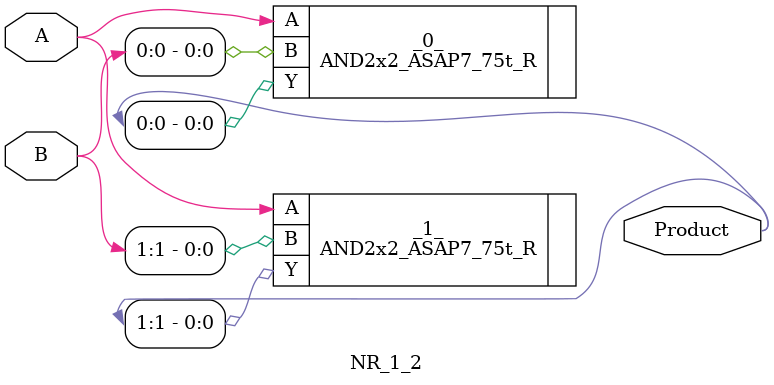
<source format=v>
/* Generated by Yosys 0.53+39 (git sha1 388955031, g++ 12.2.0-14 -fPIC -O3) */

module NR_1_2(A, B, Product);
  input A;
  wire A;
  input [1:0] B;
  wire [1:0] B;
  output [1:0] Product;
  wire [1:0] Product;
  AND2x2_ASAP7_75t_R _0_ (
    .A(A),
    .B(B[0]),
    .Y(Product[0])
  );
  AND2x2_ASAP7_75t_R _1_ (
    .A(A),
    .B(B[1]),
    .Y(Product[1])
  );
endmodule

</source>
